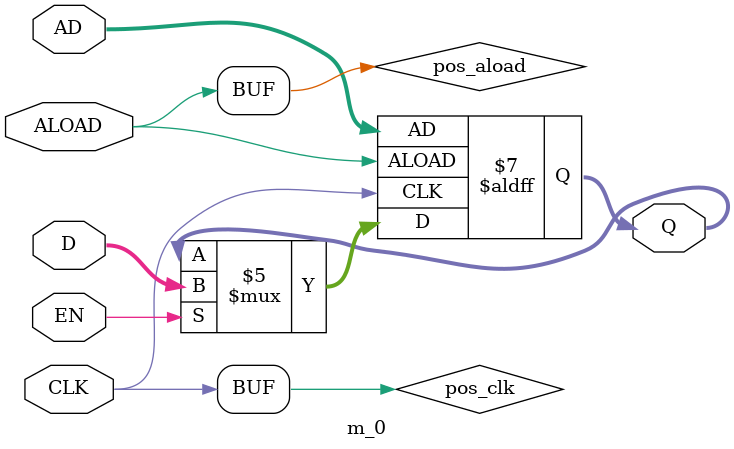
<source format=v>
module m_0 (AD, ALOAD, CLK, D, EN ,Q);

parameter WIDTH = 2;
parameter CLK_POLARITY = 1'b1;
parameter EN_POLARITY = 1'b1;
parameter ALOAD_POLARITY = 1'b1;

input CLK, ALOAD, EN;
input [WIDTH-1:0] D;
input [WIDTH-1:0] AD;
output reg [WIDTH-1:0] Q;
wire pos_clk = CLK == CLK_POLARITY;
wire pos_aload = ALOAD == ALOAD_POLARITY;

always @(posedge pos_clk, posedge pos_aload) begin
	if (pos_aload)
		Q <= AD;
	else if (EN == EN_POLARITY)
		Q <= D;
end

endmodule

</source>
